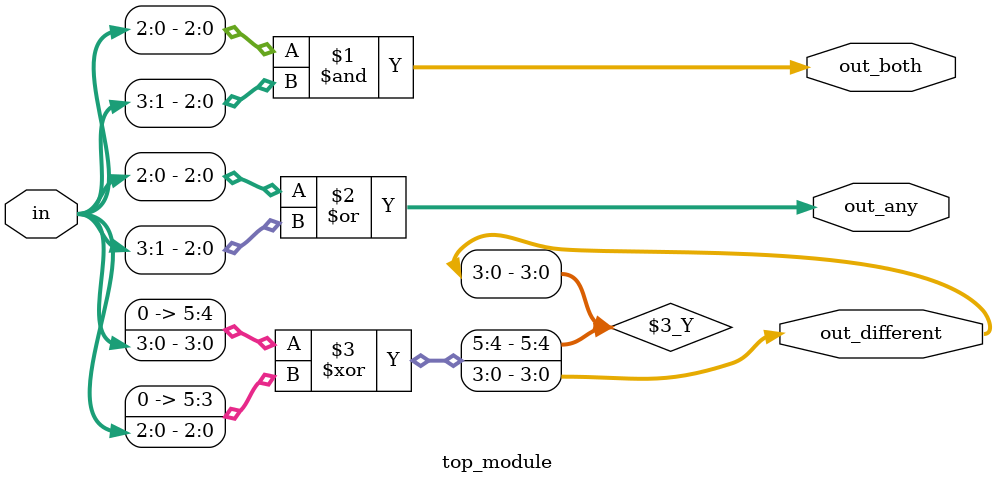
<source format=sv>
module top_module (
	input [3:0] in,
	output [2:0] out_both,
	output [3:1] out_any,
	output [3:0] out_different
);
	
	assign out_both = in[2:0] & in[3:1];
	assign out_any = in[2:0] | in[3:1];
	assign out_different = {in[3:1], in[0]} ^ {3'b0, in[2:0]};
endmodule

</source>
